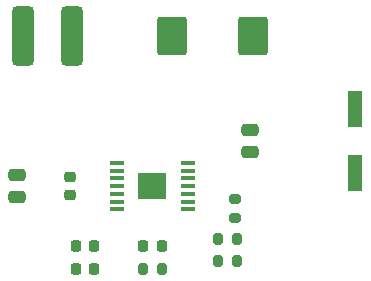
<source format=gbr>
%TF.GenerationSoftware,KiCad,Pcbnew,8.0.3*%
%TF.CreationDate,2024-11-26T12:10:15-08:00*%
%TF.ProjectId,IlluminationControlBoard,496c6c75-6d69-46e6-9174-696f6e436f6e,rev?*%
%TF.SameCoordinates,Original*%
%TF.FileFunction,Paste,Top*%
%TF.FilePolarity,Positive*%
%FSLAX46Y46*%
G04 Gerber Fmt 4.6, Leading zero omitted, Abs format (unit mm)*
G04 Created by KiCad (PCBNEW 8.0.3) date 2024-11-26 12:10:15*
%MOMM*%
%LPD*%
G01*
G04 APERTURE LIST*
G04 Aperture macros list*
%AMRoundRect*
0 Rectangle with rounded corners*
0 $1 Rounding radius*
0 $2 $3 $4 $5 $6 $7 $8 $9 X,Y pos of 4 corners*
0 Add a 4 corners polygon primitive as box body*
4,1,4,$2,$3,$4,$5,$6,$7,$8,$9,$2,$3,0*
0 Add four circle primitives for the rounded corners*
1,1,$1+$1,$2,$3*
1,1,$1+$1,$4,$5*
1,1,$1+$1,$6,$7*
1,1,$1+$1,$8,$9*
0 Add four rect primitives between the rounded corners*
20,1,$1+$1,$2,$3,$4,$5,0*
20,1,$1+$1,$4,$5,$6,$7,0*
20,1,$1+$1,$6,$7,$8,$9,0*
20,1,$1+$1,$8,$9,$2,$3,0*%
G04 Aperture macros list end*
%ADD10RoundRect,0.250000X-1.000000X1.400000X-1.000000X-1.400000X1.000000X-1.400000X1.000000X1.400000X0*%
%ADD11RoundRect,0.250000X-0.475000X0.250000X-0.475000X-0.250000X0.475000X-0.250000X0.475000X0.250000X0*%
%ADD12RoundRect,0.200000X-0.200000X-0.275000X0.200000X-0.275000X0.200000X0.275000X-0.200000X0.275000X0*%
%ADD13RoundRect,0.225000X-0.225000X-0.250000X0.225000X-0.250000X0.225000X0.250000X-0.225000X0.250000X0*%
%ADD14RoundRect,0.225000X0.225000X0.250000X-0.225000X0.250000X-0.225000X-0.250000X0.225000X-0.250000X0*%
%ADD15RoundRect,0.225000X-0.250000X0.225000X-0.250000X-0.225000X0.250000X-0.225000X0.250000X0.225000X0*%
%ADD16RoundRect,0.200000X0.200000X0.275000X-0.200000X0.275000X-0.200000X-0.275000X0.200000X-0.275000X0*%
%ADD17RoundRect,0.475000X-0.475000X-2.075000X0.475000X-2.075000X0.475000X2.075000X-0.475000X2.075000X0*%
%ADD18RoundRect,0.200000X-0.275000X0.200000X-0.275000X-0.200000X0.275000X-0.200000X0.275000X0.200000X0*%
%ADD19RoundRect,0.250000X0.475000X-0.250000X0.475000X0.250000X-0.475000X0.250000X-0.475000X-0.250000X0*%
%ADD20R,1.270000X0.304800*%
%ADD21R,2.460000X2.310000*%
%ADD22R,1.219200X3.098800*%
G04 APERTURE END LIST*
D10*
%TO.C,D1*%
X56105000Y-38100000D03*
X49305000Y-38100000D03*
%TD*%
D11*
%TO.C,C1*%
X36195000Y-49850000D03*
X36195000Y-51750000D03*
%TD*%
D12*
%TO.C,R3*%
X53150000Y-57150000D03*
X54800000Y-57150000D03*
%TD*%
D13*
%TO.C,C3*%
X41135000Y-55880000D03*
X42685000Y-55880000D03*
%TD*%
D14*
%TO.C,C4*%
X48400000Y-55880000D03*
X46850000Y-55880000D03*
%TD*%
D15*
%TO.C,C2*%
X40640000Y-50025000D03*
X40640000Y-51575000D03*
%TD*%
D16*
%TO.C,R4*%
X54800000Y-55245000D03*
X53150000Y-55245000D03*
%TD*%
D17*
%TO.C,L1*%
X36635000Y-38100000D03*
X40835000Y-38100000D03*
%TD*%
D18*
%TO.C,R1*%
X54610000Y-51880000D03*
X54610000Y-53530000D03*
%TD*%
D19*
%TO.C,C7*%
X55880000Y-47940000D03*
X55880000Y-46040000D03*
%TD*%
D14*
%TO.C,C5*%
X42685000Y-57785000D03*
X41135000Y-57785000D03*
%TD*%
D20*
%TO.C,U3*%
X44653200Y-48849966D03*
X44653200Y-49499977D03*
X44653200Y-50149989D03*
X44653200Y-50800000D03*
X44653200Y-51450011D03*
X44653200Y-52100023D03*
X44653200Y-52750034D03*
X50596800Y-52750034D03*
X50596800Y-52100023D03*
X50596800Y-51450011D03*
X50596800Y-50800000D03*
X50596800Y-50149989D03*
X50596800Y-49499977D03*
X50596800Y-48849966D03*
D21*
X47625000Y-50800000D03*
%TD*%
D22*
%TO.C,C6*%
X64770000Y-44284900D03*
X64770000Y-49695100D03*
%TD*%
D16*
%TO.C,R2*%
X48450000Y-57785000D03*
X46800000Y-57785000D03*
%TD*%
M02*

</source>
